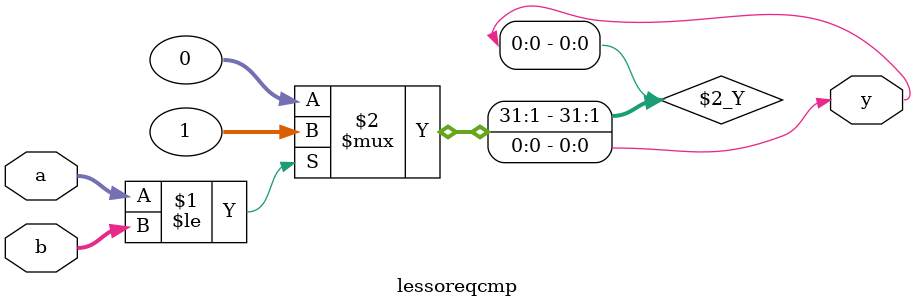
<source format=v>
`timescale 1ns / 1ps


module lessoreqcmp(
    input wire [31:0] a,b,
	output wire y
    );
    assign y = ($signed(a) <= $signed(b)) ? 1 : 0;
endmodule

</source>
